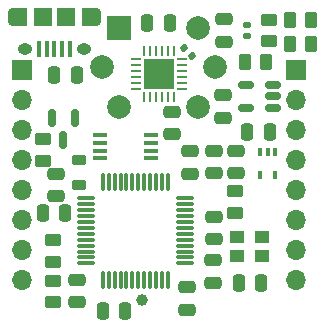
<source format=gbr>
%TF.GenerationSoftware,KiCad,Pcbnew,6.0.4-6f826c9f35~116~ubuntu20.04.1*%
%TF.CreationDate,2022-04-08T13:22:16+02:00*%
%TF.ProjectId,BACKUP_PROJECT,4241434b-5550-45f5-9052-4f4a4543542e,rev?*%
%TF.SameCoordinates,Original*%
%TF.FileFunction,Soldermask,Bot*%
%TF.FilePolarity,Negative*%
%FSLAX46Y46*%
G04 Gerber Fmt 4.6, Leading zero omitted, Abs format (unit mm)*
G04 Created by KiCad (PCBNEW 6.0.4-6f826c9f35~116~ubuntu20.04.1) date 2022-04-08 13:22:16*
%MOMM*%
%LPD*%
G01*
G04 APERTURE LIST*
G04 Aperture macros list*
%AMRoundRect*
0 Rectangle with rounded corners*
0 $1 Rounding radius*
0 $2 $3 $4 $5 $6 $7 $8 $9 X,Y pos of 4 corners*
0 Add a 4 corners polygon primitive as box body*
4,1,4,$2,$3,$4,$5,$6,$7,$8,$9,$2,$3,0*
0 Add four circle primitives for the rounded corners*
1,1,$1+$1,$2,$3*
1,1,$1+$1,$4,$5*
1,1,$1+$1,$6,$7*
1,1,$1+$1,$8,$9*
0 Add four rect primitives between the rounded corners*
20,1,$1+$1,$2,$3,$4,$5,0*
20,1,$1+$1,$4,$5,$6,$7,0*
20,1,$1+$1,$6,$7,$8,$9,0*
20,1,$1+$1,$8,$9,$2,$3,0*%
G04 Aperture macros list end*
%ADD10R,1.700000X1.700000*%
%ADD11O,1.700000X1.700000*%
%ADD12R,2.000000X2.000000*%
%ADD13C,2.000000*%
%ADD14RoundRect,0.250000X0.475000X-0.250000X0.475000X0.250000X-0.475000X0.250000X-0.475000X-0.250000X0*%
%ADD15RoundRect,0.250000X-0.250000X-0.475000X0.250000X-0.475000X0.250000X0.475000X-0.250000X0.475000X0*%
%ADD16R,0.400000X0.650000*%
%ADD17RoundRect,0.140000X0.216520X0.040237X0.002028X0.220218X-0.216520X-0.040237X-0.002028X-0.220218X0*%
%ADD18RoundRect,0.250000X-0.262500X-0.450000X0.262500X-0.450000X0.262500X0.450000X-0.262500X0.450000X0*%
%ADD19RoundRect,0.250000X-0.475000X0.250000X-0.475000X-0.250000X0.475000X-0.250000X0.475000X0.250000X0*%
%ADD20RoundRect,0.062500X-0.062500X0.350000X-0.062500X-0.350000X0.062500X-0.350000X0.062500X0.350000X0*%
%ADD21RoundRect,0.062500X-0.350000X0.062500X-0.350000X-0.062500X0.350000X-0.062500X0.350000X0.062500X0*%
%ADD22R,2.600000X2.600000*%
%ADD23R,1.300000X1.100000*%
%ADD24RoundRect,0.250000X-0.450000X0.262500X-0.450000X-0.262500X0.450000X-0.262500X0.450000X0.262500X0*%
%ADD25RoundRect,0.250000X0.450000X-0.262500X0.450000X0.262500X-0.450000X0.262500X-0.450000X-0.262500X0*%
%ADD26C,1.000000*%
%ADD27RoundRect,0.075000X0.662500X0.075000X-0.662500X0.075000X-0.662500X-0.075000X0.662500X-0.075000X0*%
%ADD28RoundRect,0.075000X0.075000X0.662500X-0.075000X0.662500X-0.075000X-0.662500X0.075000X-0.662500X0*%
%ADD29RoundRect,0.140000X-0.170000X0.140000X-0.170000X-0.140000X0.170000X-0.140000X0.170000X0.140000X0*%
%ADD30RoundRect,0.250000X0.250000X0.475000X-0.250000X0.475000X-0.250000X-0.475000X0.250000X-0.475000X0*%
%ADD31RoundRect,0.250000X0.262500X0.450000X-0.262500X0.450000X-0.262500X-0.450000X0.262500X-0.450000X0*%
%ADD32RoundRect,0.218750X0.381250X-0.218750X0.381250X0.218750X-0.381250X0.218750X-0.381250X-0.218750X0*%
%ADD33R,0.400000X1.350000*%
%ADD34R,1.500000X1.550000*%
%ADD35O,1.250000X0.950000*%
%ADD36O,0.890000X1.550000*%
%ADD37R,1.200000X1.550000*%
%ADD38R,1.307000X0.457200*%
%ADD39RoundRect,0.150000X0.512500X0.150000X-0.512500X0.150000X-0.512500X-0.150000X0.512500X-0.150000X0*%
%ADD40RoundRect,0.150000X-0.150000X0.587500X-0.150000X-0.587500X0.150000X-0.587500X0.150000X0.587500X0*%
G04 APERTURE END LIST*
D10*
%TO.C,J1*%
X129946000Y-72517000D03*
D11*
X129946000Y-75057000D03*
X129946000Y-77597000D03*
X129946000Y-80137000D03*
X129946000Y-82677000D03*
X129946000Y-85217000D03*
X129946000Y-87757000D03*
X129946000Y-90297000D03*
%TD*%
D10*
%TO.C,J2*%
X153162000Y-72517000D03*
D11*
X153162000Y-75057000D03*
X153162000Y-77597000D03*
X153162000Y-80137000D03*
X153162000Y-82677000D03*
X153162000Y-85217000D03*
X153162000Y-87757000D03*
X153162000Y-90297000D03*
%TD*%
D12*
%TO.C,U6*%
X138176000Y-68961000D03*
D13*
X136786000Y-72321000D03*
X138176000Y-75681000D03*
X144896000Y-75681000D03*
X146286000Y-72321000D03*
X144896000Y-68961000D03*
%TD*%
D14*
%TO.C,C12*%
X142646400Y-77990800D03*
X142646400Y-76090800D03*
%TD*%
D15*
%TO.C,C7*%
X136819600Y-92913200D03*
X138719600Y-92913200D03*
%TD*%
D16*
%TO.C,U4*%
X150124400Y-79502000D03*
X150774400Y-79502000D03*
X151424400Y-79502000D03*
X151424400Y-81402000D03*
X150124400Y-81402000D03*
%TD*%
D17*
%TO.C,C2*%
X144385701Y-71323200D03*
X143650299Y-70706124D03*
%TD*%
D14*
%TO.C,C10*%
X144221200Y-81315600D03*
X144221200Y-79415600D03*
%TD*%
D18*
%TO.C,R9*%
X152655900Y-68275200D03*
X154480900Y-68275200D03*
%TD*%
D15*
%TO.C,C13*%
X149062400Y-77774800D03*
X150962400Y-77774800D03*
%TD*%
D19*
%TO.C,C6*%
X146151600Y-88661200D03*
X146151600Y-90561200D03*
%TD*%
D20*
%TO.C,U1*%
X140340000Y-70945500D03*
X140840000Y-70945500D03*
X141340000Y-70945500D03*
X141840000Y-70945500D03*
X142340000Y-70945500D03*
X142840000Y-70945500D03*
D21*
X143527500Y-71633000D03*
X143527500Y-72133000D03*
X143527500Y-72633000D03*
X143527500Y-73133000D03*
X143527500Y-73633000D03*
X143527500Y-74133000D03*
D20*
X142840000Y-74820500D03*
X142340000Y-74820500D03*
X141840000Y-74820500D03*
X141340000Y-74820500D03*
X140840000Y-74820500D03*
X140340000Y-74820500D03*
D21*
X139652500Y-74133000D03*
X139652500Y-73633000D03*
X139652500Y-73133000D03*
X139652500Y-72633000D03*
X139652500Y-72133000D03*
X139652500Y-71633000D03*
D22*
X141590000Y-72883000D03*
%TD*%
D23*
%TO.C,X1*%
X150275000Y-88328000D03*
X148175000Y-88328000D03*
X148175000Y-86678000D03*
X150275000Y-86678000D03*
%TD*%
D24*
%TO.C,R11*%
X132638800Y-90375100D03*
X132638800Y-92200100D03*
%TD*%
D25*
%TO.C,R12*%
X132638800Y-88798400D03*
X132638800Y-86973400D03*
%TD*%
D26*
%TO.C,TP7*%
X140157200Y-92049600D03*
%TD*%
D27*
%TO.C,U2*%
X143735500Y-83406800D03*
X143735500Y-83906800D03*
X143735500Y-84406800D03*
X143735500Y-84906800D03*
X143735500Y-85406800D03*
X143735500Y-85906800D03*
X143735500Y-86406800D03*
X143735500Y-86906800D03*
X143735500Y-87406800D03*
X143735500Y-87906800D03*
X143735500Y-88406800D03*
X143735500Y-88906800D03*
D28*
X142323000Y-90319300D03*
X141823000Y-90319300D03*
X141323000Y-90319300D03*
X140823000Y-90319300D03*
X140323000Y-90319300D03*
X139823000Y-90319300D03*
X139323000Y-90319300D03*
X138823000Y-90319300D03*
X138323000Y-90319300D03*
X137823000Y-90319300D03*
X137323000Y-90319300D03*
X136823000Y-90319300D03*
D27*
X135410500Y-88906800D03*
X135410500Y-88406800D03*
X135410500Y-87906800D03*
X135410500Y-87406800D03*
X135410500Y-86906800D03*
X135410500Y-86406800D03*
X135410500Y-85906800D03*
X135410500Y-85406800D03*
X135410500Y-84906800D03*
X135410500Y-84406800D03*
X135410500Y-83906800D03*
X135410500Y-83406800D03*
D28*
X136823000Y-81994300D03*
X137323000Y-81994300D03*
X137823000Y-81994300D03*
X138323000Y-81994300D03*
X138823000Y-81994300D03*
X139323000Y-81994300D03*
X139823000Y-81994300D03*
X140323000Y-81994300D03*
X140823000Y-81994300D03*
X141323000Y-81994300D03*
X141823000Y-81994300D03*
X142323000Y-81994300D03*
%TD*%
D19*
%TO.C,C18*%
X134620000Y-90302000D03*
X134620000Y-92202000D03*
%TD*%
D24*
%TO.C,R6*%
X147980400Y-82805900D03*
X147980400Y-84630900D03*
%TD*%
D29*
%TO.C,C2*%
X149047200Y-68709600D03*
X149047200Y-69669600D03*
%TD*%
D14*
%TO.C,C8*%
X132892800Y-83210400D03*
X132892800Y-81310400D03*
%TD*%
D19*
%TO.C,C4*%
X143916400Y-90947200D03*
X143916400Y-92847200D03*
%TD*%
D30*
%TO.C,C3*%
X150241000Y-90551000D03*
X148341000Y-90551000D03*
%TD*%
D19*
%TO.C,C17*%
X147015200Y-74691200D03*
X147015200Y-76591200D03*
%TD*%
D31*
%TO.C,R10*%
X154480900Y-70307200D03*
X152655900Y-70307200D03*
%TD*%
D14*
%TO.C,C5*%
X146227800Y-86868000D03*
X146227800Y-84968000D03*
%TD*%
D30*
%TO.C,C15*%
X133654800Y-84683600D03*
X131754800Y-84683600D03*
%TD*%
D32*
%TO.C,L1*%
X134772400Y-82291700D03*
X134772400Y-80166700D03*
%TD*%
D18*
%TO.C,R8*%
X148845900Y-71882000D03*
X150670900Y-71882000D03*
%TD*%
D14*
%TO.C,C9*%
X146202400Y-81280000D03*
X146202400Y-79380000D03*
%TD*%
D33*
%TO.C,J3*%
X131415000Y-70742000D03*
X132065000Y-70742000D03*
X132715000Y-70742000D03*
X133365000Y-70742000D03*
X134015000Y-70742000D03*
D34*
X133715000Y-68042000D03*
D35*
X130215000Y-70742000D03*
D34*
X131715000Y-68042000D03*
D36*
X136215000Y-68042000D03*
D37*
X129815000Y-68042000D03*
D35*
X135215000Y-70742000D03*
D37*
X135615000Y-68042000D03*
D36*
X129215000Y-68042000D03*
%TD*%
D24*
%TO.C,R4*%
X131775200Y-78386300D03*
X131775200Y-80211300D03*
%TD*%
D14*
%TO.C,C14*%
X148082000Y-81300400D03*
X148082000Y-79400400D03*
%TD*%
D38*
%TO.C,U3*%
X140886899Y-78069801D03*
X140886899Y-78719799D03*
X140886899Y-79369801D03*
X140886899Y-80019799D03*
X136582701Y-80019799D03*
X136582701Y-79369801D03*
X136582701Y-78719799D03*
X136582701Y-78069801D03*
%TD*%
D30*
%TO.C,C1*%
X142478800Y-68580000D03*
X140578800Y-68580000D03*
%TD*%
D39*
%TO.C,U7*%
X151200700Y-73827600D03*
X151200700Y-74777600D03*
X151200700Y-75727600D03*
X148925700Y-75727600D03*
X148925700Y-73827600D03*
%TD*%
D40*
%TO.C,Q1*%
X132527000Y-76583300D03*
X134427000Y-76583300D03*
X133477000Y-78458300D03*
%TD*%
D14*
%TO.C,C16*%
X147066000Y-70139600D03*
X147066000Y-68239600D03*
%TD*%
D24*
%TO.C,R1*%
X150926800Y-68275200D03*
X150926800Y-70100200D03*
%TD*%
D15*
%TO.C,C11*%
X132704800Y-72999600D03*
X134604800Y-72999600D03*
%TD*%
M02*

</source>
